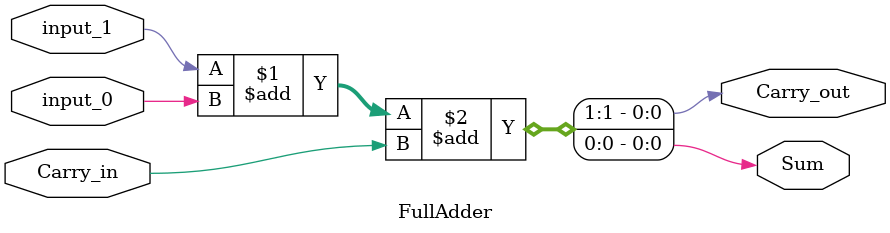
<source format=v>
`timescale 1ns / 1ps
`include "defines.v"
/*******************************************************************
*
* Module: FullAdder.v
* Project: SingleCycleRV32I
* Author: Omar Elfouly omarelfouly@aucegypt.edu and Bavly Remon bavly.remon2004@aucegypt.edu
* Description: module responsible for implmenting a full adder
*
* Change history:   11/3/2023 - Import from lab 6
*                   11/3/2023 - Adds Comment and includes define
*
**********************************************************************/


module FullAdder( input input_1, input input_0, input Carry_in, output Sum, output Carry_out);
    assign {Carry_out,Sum} = input_1 + input_0 + Carry_in;
endmodule 

</source>
